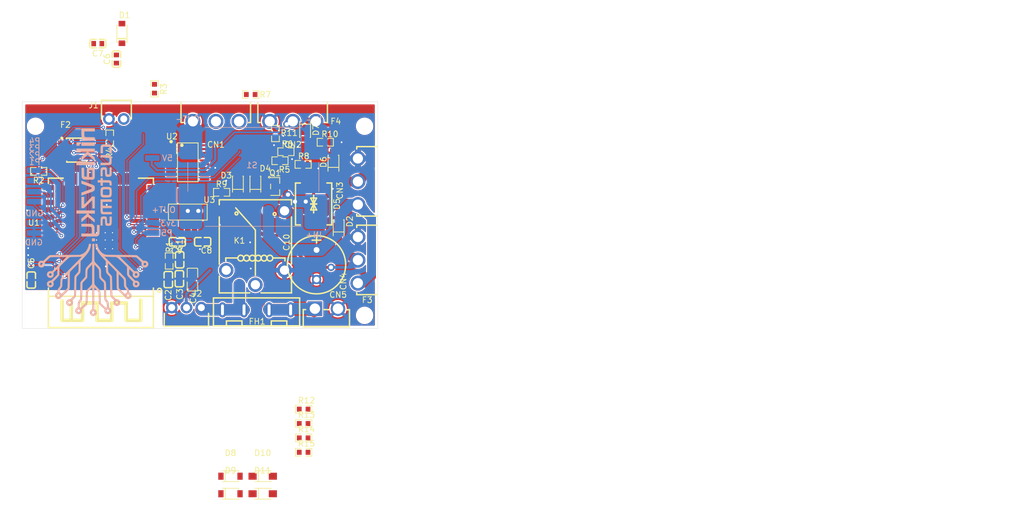
<source format=kicad_pcb>
(kicad_pcb (version 20241229) (generator "pcbnew") (generator_version "9.0")
  (layers (0 "F.Cu" signal) (2 "B.Cu" signal) (13 "F.Paste" user) (15 "B.Paste" user) (5 "F.SilkS" user "F.Silkscreen") (7 "B.SilkS" user "B.Silkscreen") (1 "F.Mask" user) (3 "B.Mask" user) (25 "Edge.Cuts" user))
  (net 0 "")
  (net 1 "GND")
  (net 2 "/ESP_RX0")
  (net 3 "+3.3V")
  (net 4 "/ESP_IO0")
  (net 5 "Net-(U1-IO19)")
  (net 6 "/ESP_TX0")
  (net 7 "/ESP_EN")
  (net 8 "Net-(U1-IO12)")
  (net 9 "Net-(U1-IO18)")
  (net 10 "Net-(U1-IO5)")
  (net 12 "Net-(U1-IO17)")
  (net 13 "/Button_pin")
  (net 14 "Net-(U1-IO34)")
  (net 19 "unconnected-(U1-IO4-Pad26)")
  (net 21 "/CH2_MCU")
  (net 26 "/CH1_MCU")
  (net 28 "Net-(U1-IO2)")
  (net 37 "VCC_IN_SWITCHED")
  (net 38 "Net-(D6-K)")
  (net 39 "Net-(D2-K)")
  (net 40 "VCC_IN")
  (net 41 "Net-(D3-A)")
  (net 42 "Net-(D4-A)")
  (net 43 "Net-(D7-A)")
  (net 44 "/VCC_IN_FUSED")
  (net 45 "Net-(J2-Pad2)")
  (net 46 "Net-(U2-~{OE})")
  (net 47 "/VCC_IN_SAFE")
  (net 48 "+5V")
  (net 49 "Net-(D11-K)")
  (net 51 "Net-(D10-K)")
  (net 53 "Net-(D8-A)")
  (net 56 "Net-(U2-DIR)")
  (net 60 "/CH2_LevelShifted")
  (net 62 "/CH1_LevelShifted")
  (net 63 "Net-(D9-A)")
  (net 65 "/CH4_LevelShifted")
  (net 66 "/CH3_LevelShifted")
  (net 67 "/CH3_MCU")
  (net 68 "/CH4_MCU")
  (footprint "nkzy_wled_lib:C0603" (layer "F.Cu") (at 27 25.2 -90)
    (property "Reference" "C1")
    (property "Value" "C_1uF_16V_0603")
  )
  (footprint "nkzy_wled_lib:R0603" (layer "F.Cu") (at 48.285 58.28)
    (property "Reference" "R15")
    (property "Value" "R_220Ω_0603")
  )
  (footprint "nkzy_wled_lib:HDR-SMD_6P-P1.27-V-M-R2-C3-LS5.3" (layer "F.Cu") (at 9.273448 6.34972 -90)
    (property "Reference" "H1" (hide yes))
    (property "Value" "PZ127-2-03-S")
  )
  (footprint "Fiducial:Fiducial_1mm_Mask2mm" (layer "F.Cu") (at 57.1 32.3)
    (property "Reference" "F3")
    (property "Value" "Fiducial_1mm_Mask2mm")
  )
  (footprint "nkzy_wled_lib:C0603" (layer "F.Cu") (at 1.525 28.675 90)
    (property "Reference" "C5")
    (property "Value" "C_100nF_50V_0603")
  )
  (footprint "nkzy_wled_lib:C0805" (layer "F.Cu") (at 29.2 28.6 90)
    (property "Reference" "C4")
    (property "Value" "C_22uF_10V_0805")
  )
  (footprint "nkzy_wled_lib:R0603" (layer "F.Cu") (at 2.8 10)
    (property "Reference" "R2")
    (property "Value" "R_10kΩ_0603")
  )
  (footprint "nkzy_wled_lib:CONN-TH_3P-P3.96_HCTL_HC-VH-3A3W" (layer "F.Cu") (at 57.6 25.25 90)
    (property "Reference" "CN4")
    (property "Value" "1x3P_3.96mm_RA_Conn")
  )
  (footprint "" (layer "F.Cu") (at 2.25 2.25)
    (property "Reference" "")
    (property "Value" "")
  )
  (footprint "nkzy_wled_lib:R0603" (layer "F.Cu") (at 48.285 50.87)
    (property "Reference" "R12")
    (property "Value" "R_51Ω_0603")
  )
  (footprint "nkzy_wled_lib:C0603" (layer "F.Cu") (at 16.1425 -9.3 90)
    (property "Reference" "C6")
    (property "Value" "C_100nF_50V_0603")
  )
  (footprint "nkzy_wled_lib:R0603" (layer "F.Cu") (at 34.2 13.6)
    (property "Reference" "R9")
    (property "Value" "R_220Ω_0603")
  )
  (footprint "nkzy_wled_lib:SOD-123FL_L2.7-W1.8-LS3.8-RD" (layer "F.Cu") (at 41.26 65.4)
    (property "Reference" "D11")
    (property "Value" "PTVS5V0S1UR")
  )
  (footprint "Fiducial:Fiducial_1mm_Mask2mm" (layer "F.Cu") (at 55.8 1.6)
    (property "Reference" "F4")
    (property "Value" "Fiducial_1mm_Mask2mm")
  )
  (footprint "nkzy_wled_lib:R0603" (layer "F.Cu") (at 48.285 55.81)
    (property "Reference" "R14")
    (property "Value" "R_220Ω_0603")
  )
  (footprint "nkzy_wled_lib:SOD-123FL_L2.7-W1.8-LS3.8-RD" (layer "F.Cu") (at 53.4 8.6 90)
    (property "Reference" "D6")
    (property "Value" "PTVS5V0S1UR")
  )
  (footprint "nkzy_wled_lib:R0603" (layer "F.Cu") (at 48.2 8.8 180)
    (property "Reference" "R8")
    (property "Value" "R_10kΩ_0603")
  )
  (footprint "" (layer "F.Cu") (at 58.75 2.25)
    (property "Reference" "")
    (property "Value" "")
  )
  (footprint "nkzy_wled_lib:CONN-TH_2P-P2.54_HCTL_HC-2510-2AW" (layer "F.Cu") (at 16.13 1 180)
    (property "Reference" "J1")
    (property "Value" "1x2P_2.54mm_RA_Conn")
  )
  (footprint "nkzy_wled_lib:SOD-123_L2.7-W1.6-LS3.7-RD" (layer "F.Cu") (at 35.725 62.39)
    (property "Reference" "D8")
    (property "Value" "MMSZ5232B_5v")
  )
  (footprint "nkzy_wled_lib:SOD-123_L2.7-W1.6-LS3.7-RD" (layer "F.Cu") (at 40 12.2 90)
    (property "Reference" "D4")
    (property "Value" "BZT52C7V5")
  )
  (footprint "nkzy_wled_lib:SOD-123FL_L2.7-W1.8-LS3.8-RD" (layer "F.Cu") (at 54.3 19.7 90)
    (property "Reference" "D2")
    (property "Value" "PTVS5V0S1UR")
  )
  (footprint "nkzy_wled_lib:SOD-123FL_L2.7-W1.8-LS3.8-RD" (layer "F.Cu") (at 41.26 62.39)
    (property "Reference" "D10")
    (property "Value" "PTVS5V0S1UR")
  )
  (footprint "nkzy_wled_lib:R0603" (layer "F.Cu") (at 43.45 3.5 90)
    (property "Reference" "R11")
    (property "Value" "R_10kΩ_0603")
  )
  (footprint "nkzy_wled_lib:C0603" (layer "F.Cu") (at 12.9425 -11.95)
    (property "Reference" "C7")
    (property "Value" "C_100nF_50V_0603")
  )
  (footprint "nkzy_wled_lib:DO-214AB_L6.9-W5.9-LS7.9-BI" (layer "F.Cu") (at 50 15.6 -90)
    (property "Reference" "D5")
    (property "Value" "SMCJ16CA")
  )
  (footprint "" (layer "F.Cu") (at 58.75 34.75)
    (property "Reference" "")
    (property "Value" "")
  )
  (footprint "nkzy_wled_lib:CONN-TH_3P-P2.54_HCTL_HC-2510-3AW" (layer "F.Cu") (at 28.18 33.4125)
    (property "Reference" "J2")
    (property "Value" "HC-2510-3AW")
  )
  (footprint "nkzy_wled_lib:WIFIM-SMD_ESP32-WROOM-32-N4" (layer "F.Cu") (at 13.475 20.3 180)
    (property "Reference" "U1")
    (property "Value" "ESP32-WROOM-32")
  )
  (footprint "nkzy_wled_lib:C0603" (layer "F.Cu") (at 26.6 22.1)
    (property "Reference" "C9")
    (property "Value" "C_10uF_16V_0603")
  )
  (footprint "nkzy_wled_lib:SOT-223-4_L6.5-W3.5-P2.30-LS7.0-BR" (layer "F.Cu") (at 28.4 17 -90)
    (property "Reference" "U3")
    (property "Value" "AMS1117-3.3")
  )
  (footprint "nkzy_wled_lib:SOD-123_L2.7-W1.6-LS3.7-RD" (layer "F.Cu") (at 37 12.2 90)
    (property "Reference" "D3")
    (property "Value" "MMSZ5232B_5v")
  )
  (footprint "nkzy_wled_lib:CONN-TH_2P-P3.96_HCTL_HC-VH-2A2W-L" (layer "F.Cu") (at 52.2 33.6)
    (property "Reference" "CN5")
    (property "Value" "1x2P_3.96mm_RA_Conn")
  )
  (footprint "nkzy_wled_lib:R0603" (layer "F.Cu") (at 25.2 25.4 -90)
    (property "Reference" "R1")
    (property "Value" "R_10kΩ_0603")
  )
  (footprint "nkzy_wled_lib:SOD-123_L2.7-W1.6-LS3.7-RD" (layer "F.Cu") (at 48.5394 2.794 -90)
    (property "Reference" "D7")
    (property "Value" "MMSZ5232B_5v")
  )
  (footprint "nkzy_wled_lib:R0603" (layer "F.Cu") (at 52 5 180)
    (property "Reference" "R10")
    (property "Value" "R_220Ω_0603")
  )
  (footprint "nkzy_wled_lib:TSSOP-20_L6.5-W4.4-P0.65-LS6.4-BL" (layer "F.Cu") (at 28.4 8.45 -90)
    (property "Reference" "U2")
    (property "Value" "74HCT245PW")
  )
  (footprint "nkzy_wled_lib:SOD-123_L2.7-W1.6-LS3.7-RD" (layer "F.Cu") (at 35.725 65.4)
    (property "Reference" "D9")
    (property "Value" "MMSZ5232B_5v")
  )
  (footprint "nkzy_wled_lib:CONN-TH_3P-P3.96_HCTL_HC-VH-3A3W" (layer "F.Cu") (at 33.23 1.4125 180)
    (property "Reference" "CN1")
    (property "Value" "1x3P_3.96mm_RA_Conn")
  )
  (footprint "nkzy_wled_lib:C0603" (layer "F.Cu") (at 26.95 28.45 90)
    (property "Reference" "C3")
    (property "Value" "C_1uF_16V_0603")
  )
  (footprint "nkzy_wled_lib:R0603" (layer "F.Cu") (at 48.285 53.34)
    (property "Reference" "R13")
    (property "Value" "R_51Ω_0603")
  )
  (footprint "nkzy_wled_lib:R0603" (layer "F.Cu") (at 14.996767 4.3 -90)
    (property "Reference" "R4")
    (property "Value" "R_10kΩ_0603")
  )
  (footprint "nkzy_wled_lib:CAP-TH_BD10.0-P5.00-D1.0-FD" (layer "F.Cu") (at 50.5 26.05 -90)
    (property "Reference" "C10")
    (property "Value" "C_1000uF_TH")
  )
  (footprint "Fiducial:Fiducial_1mm_Mask2mm" (layer "F.Cu") (at 5.45 2.9)
    (property "Reference" "F2")
    (property "Value" "Fiducial_1mm_Mask2mm")
  )
  (footprint "nkzy_wled_lib:R0603" (layer "F.Cu") (at 44.2214 8.1788 180)
    (property "Reference" "R5")
    (property "Value" "R_51Ω_0603")
  )
  (footprint "nkzy_wled_lib:CONN-TH_3P-P3.96_HCTL_HC-VH-3A3W" (layer "F.Cu") (at 46.43 1.4125 180)
    (property "Reference" "CN2")
    (property "Value" "1x3P_3.96mm_RA_Conn")
  )
  (footprint "nkzy_wled_lib:SOT-23-3_L2.9-W1.4-P1.90-LS2.6-BR" (layer "F.Cu") (at 43.4 12.6 180)
    (property "Reference" "Q1")
    (property "Value" "AO3401")
  )
  (footprint "nkzy_wled_lib:R0603" (layer "F.Cu") (at 45.2374 6.6294 180)
    (property "Reference" "R6")
    (property "Value" "R_51Ω_0603")
  )
  (footprint "nkzy_wled_lib:SOD-123_L2.8-W1.8-LS3.7-RD" (layer "F.Cu") (at 17.0925 -13.7 90)
    (property "Reference" "D1")
    (property "Value" "1N4448W-7-F")
  )
  (footprint "nkzy_wled_lib:CONN-TH_3P-P3.96_HCTL_HC-VH-3A3W" (layer "F.Cu") (at 57.6 11.75 90)
    (property "Reference" "CN3")
    (property "Value" "1x3P_3.96mm_RA_Conn")
  )
  (footprint "nkzy_wled_lib:R0603" (layer "F.Cu") (at 22.68 -4.2 90)
    (property "Reference" "R3")
    (property "Value" "R_10kΩ_0603")
  )
  (footprint "nkzy_wled_lib:C0603" (layer "F.Cu") (at 25.05 28.6 90)
    (property "Reference" "C2")
    (property "Value" "C_100nF_50V_0603")
  )
  (footprint "nkzy_wled_lib:RELAY-TH_SRA-X-CX" (layer "F.Cu") (at 40 23.1354 90)
    (property "Reference" "K1")
    (property "Value" "12VDC_SPDT")
  )
  (footprint "nkzy_wled_lib:FUSE-TH_XF-506P" (layer "F.Cu") (at 40.2 33.8)
    (property "Reference" "FH1")
    (property "Value" "XF-506P")
  )
  (footprint "nkzy_wled_lib:R0603" (layer "F.Cu") (at 39.2 -3.2)
    (property "Reference" "R7")
    (property "Value" "R_10kΩ_0603")
  )
  (footprint "nkzy_wled_lib:C0603" (layer "F.Cu") (at 30.95 22.1 180)
    (property "Reference" "C8")
    (property "Value" "C_10uF_16V_0603")
  )
  (footprint "nkzy_wled_lib:Pad_2.5x1mm" (layer "B.Cu") (at 2 13.5 180)
    (property "Reference" "P2")
    (property "Value" "~")
  )
  (footprint "LOGO" (layer "B.Cu") (at 12.12 12.3 -90)
    (property "Reference" "G***" (hide yes))
    (property "Value" "LOGO" (hide yes))
  )
  (footprint "nkzy_wled_lib:Pad_2.5x1mm" (layer "B.Cu") (at 1.983 18.833 180)
    (property "Reference" "P8" (hide yes))
    (property "Value" "~")
  )
  (footprint "nkzy_wled_lib:Pad_2.5x1mm" (layer "B.Cu") (at 2 15.2 180)
    (property "Reference" "P1")
    (property "Value" "~")
  )
  (footprint "nkzy_wled_lib:Pad_2.5x1mm" (layer "B.Cu") (at 22.3 20.6 180)
    (property "Reference" "P5")
    (property "Value" "~")
  )
  (footprint "nkzy_wled_lib:MP1584EN-Buck-Module" (layer "B.Cu") (at 39.4 9.45 180)
    (property "Reference" "S1")
    (property "Value" "MP1584EN-Buck-Module")
  )
  (footprint "nkzy_wled_lib:Pad_2.5x1mm" (layer "B.Cu") (at 2 9.8 180)
    (property "Reference" "P4")
    (property "Value" "~")
  )
  (footprint "nkzy_wled_lib:Pad_2.5x1mm" (layer "B.Cu") (at 22.3 18.8 180)
    (property "Reference" "P6" (hide yes))
    (property "Value" "~")
  )
  (footprint "nkzy_wled_lib:Pad_2.5x1mm" (layer "B.Cu") (at 2 20.6 180)
    (property "Reference" "P9" (hide yes))
    (property "Value" "~")
  )
  (footprint "LOGO" (layer "B.Cu") (at 12.1 28.6 180)
    (property "Reference" "G***" (hide yes))
    (property "Value" "LOGO" (hide yes))
  )
  (footprint "nkzy_wled_lib:Pad_2.5x1mm" (layer "B.Cu") (at 2 11.6 180)
    (property "Reference" "P3")
    (property "Value" "~")
  )
  (footprint "nkzy_wled_lib:Pad_2.5x1mm" (layer "B.Cu") (at 22.3 7.7 180)
    (property "Reference" "P7" (hide yes))
    (property "Value" "~")
  )
  (gr_line (start 61 37) (end 0 37) (stroke (width 0.05)) (layer "Edge.Cuts"))
  (gr_line (start 0 37) (end 0 -2) (stroke (width 0.05)) (layer "Edge.Cuts"))
  (gr_line (start 61 -2) (end 61 37) (stroke (width 0.05)) (layer "Edge.Cuts"))
  (gr_line (start 0 -2) (end 61 -2) (stroke (width 0.05)) (layer "Edge.Cuts"))
  (gr_text "5V" (at 25.9 8.3 0) (layer "B.SilkS") (effects (font (size 1 1)) (justify left bottom mirror)))
  (gr_text "3v3" (at 26.5 19.5 0) (layer "B.SilkS") (effects (font (size 1 1)) (justify left bottom mirror)))
  (gr_text "GND" (at 3.7 17.8 0) (layer "B.SilkS") (effects (font (size 1 1)) (justify left bottom mirror)))
  (gr_text "GND" (at 3.6 22.8 0) (layer "B.SilkS") (effects (font (size 1 1)) (justify left bottom mirror)))
  (via (at 53.3 13) (size 0.6) (drill 0.3) (layers "F.Cu" "B.Cu") (net 1))
  (via (at 43.2 5.5) (size 0.6) (drill 0.3) (layers "F.Cu" "B.Cu") (net 1))
  (via (at 14.478 15.748) (size 0.6) (drill 0.3) (layers "F.Cu" "B.Cu") (net 1))
  (via (at 15.475 20.55) (size 0.6) (drill 0.2) (layers "F.Cu" "B.Cu") (net 1))
  (via (at 14.225 21.8) (size 0.6) (drill 0.2) (layers "F.Cu" "B.Cu") (net 1))
  (via (at 14.225 20.55) (size 0.6) (drill 0.2) (layers "F.Cu" "B.Cu") (net 1))
  (via (at 33.9 19.2) (size 0.6) (drill 0.3) (layers "F.Cu" "B.Cu") (net 1))
  (via (at 47.3 5.8) (size 0.6) (drill 0.3) (layers "F.Cu" "B.Cu") (net 1))
  (via (at 0.8 16.7) (size 0.6) (drill 0.3) (layers "F.Cu" "B.Cu") (net 1))
  (via (at 39.2 26.7) (size 0.6) (drill 0.3) (layers "F.Cu" "B.Cu") (net 1))
  (via (at 39.1 22.2) (size 0.6) (drill 0.3) (layers "F.Cu" "B.Cu") (net 1))
  (via (at 33.1 9.4) (size 0.6) (drill 0.3) (layers "F.Cu" "B.Cu") (net 1))
  (via (at 12.725 20.55) (size 0.6) (drill 0.2) (layers "F.Cu" "B.Cu") (net 1))
  (via (at 30.48 23.368) (size 0.6) (drill 0.3) (layers "F.Cu" "B.Cu") (net 1))
  (via (at 15.475 21.8) (size 0.6) (drill 0.2) (layers "F.Cu" "B.Cu") (net 1))
  (via (at 1 23.2) (size 0.6) (drill 0.3) (layers "F.Cu" "B.Cu") (net 1))
  (via (at 44.8 5.1) (size 0.6) (drill 0.3) (layers "F.Cu" "B.Cu") (net 1))
  (via (at 50.8 9.5) (size 0.6) (drill 0.3) (layers "F.Cu" "B.Cu") (net 1))
  (via (at 15.475 23.3) (size 0.6) (drill 0.2) (layers "F.Cu" "B.Cu") (net 1))
  (via (at 46.3 7.9) (size 0.6) (drill 0.3) (layers "F.Cu" "B.Cu") (net 1))
  (via (at 14.225 23.3) (size 0.6) (drill 0.2) (layers "F.Cu" "B.Cu") (net 1))
  (via (at 24.3 16.7) (size 0.6) (drill 0.3) (layers "F.Cu" "B.Cu") (net 1))
  (via (at 14.32642 26.339301) (size 0.6) (drill 0.3) (layers "F.Cu" "B.Cu") (net 1))
  (via (at 1 24.4) (size 0.6) (drill 0.3) (layers "F.Cu" "B.Cu") (net 1))
  (via (at 12.725 21.8) (size 0.6) (drill 0.2) (layers "F.Cu" "B.Cu") (net 1))
  (via (at 44.8 3.9) (size 0.6) (drill 0.3) (layers "F.Cu" "B.Cu") (net 1))
  (via (at 35 11.6) (size 0.6) (drill 0.3) (layers "F.Cu" "B.Cu") (net 1))
  (via (at 54.8 5) (size 0.6) (drill 0.3) (layers "F.Cu" "B.Cu") (net 1))
  (via (at 12.725 23.3) (size 0.6) (drill 0.2) (layers "F.Cu" "B.Cu") (net 1))
  (segment (start 12.67 9.114) (end 12.67 6.8) (width 0.2) (layer "F.Cu") (net 2))
  (segment (start 12.7 9.144) (end 12.67 9.114) (width 0.2) (layer "F.Cu") (net 2))
  (segment (start 6.35 24.2) (end 6.2 24.35) (width 0.2) (layer "F.Cu") (net 2))
  (segment (start 6.2 24.35) (end 4.65 24.35) (width 0.2) (layer "F.Cu") (net 2))
  (via (at 6.35 24.2) (size 0.6) (drill 0.3) (layers "F.Cu" "B.Cu") (net 2))
  (via (at 12.7 9.144) (size 0.6) (drill 0.3) (layers "F.Cu" "B.Cu") (net 2))
  (segment (start 12.7 9.144) (end 12.7 8.636) (width 0.2) (layer "B.Cu") (net 2))
  (segment (start 9.35 8.7) (end 9.35 21.2) (width 0.2) (layer "B.Cu") (net 2))
  (segment (start 9.35 21.2) (end 6.35 24.2) (width 0.2) (layer "B.Cu") (net 2))
  (segment (start 10.15 7.9) (end 9.35 8.7) (width 0.2) (layer "B.Cu") (net 2))
  (segment (start 12.7 8.636) (end 11.964 7.9) (width 0.2) (layer "B.Cu") (net 2))
  (segment (start 11.964 7.9) (end 10.15 7.9) (width 0.2) (layer "B.Cu") (net 2))
  (segment (start 25.05 27.9) (end 22.6 27.9) (width 0.6) (layer "F.Cu") (net 3))
  (segment (start 7.29 28.04) (end 7.25 28) (width 0.3) (layer "F.Cu") (net 3))
  (segment (start 22.6 27.9) (end 22.55 27.85) (width 0.6) (layer "F.Cu") (net 3))
  (segment (start 15.1 5.5) (end 15.1 5.15) (width 0.3) (layer "F.Cu") (net 3))
  (segment (start 22.475 28.04) (end 7.29 28.04) (width 0.3) (layer "F.Cu") (net 3))
  (segment (start 1.5 27.5) (end 1.55 27.55) (width 0.2) (layer "F.Cu") (net 3))
  (segment (start 25.2 27.75) (end 25.15 27.8) (width 0.6) (layer "F.Cu") (net 3))
  (segment (start 25.2 26.15) (end 25.2 27.75) (width 0.6) (layer "F.Cu") (net 3))
  (segment (start 26.95 27.75) (end 25.2 27.75) (width 0.6) (layer "F.Cu") (net 3))
  (segment (start 25.2 27.75) (end 25.25 27.8) (width 0.3) (layer "F.Cu") (net 3))
  (segment (start 1.5 25.85) (end 1.5 27.5) (width 0.3) (layer "F.Cu") (net 3))
  (segment (start 15.975 6.375) (end 15.1 5.5) (width 0.3) (layer "F.Cu") (net 3))
  (via (at 1.5 25.85) (size 0.6) (drill 0.3) (layers "F.Cu" "B.Cu") (net 3))
  (via (at 7.25 28) (size 0.6) (drill 0.3) (layers "F.Cu" "B.Cu") (net 3))
  (segment (start 5.1 25.85) (end 1.5 25.85) (width 0.3) (layer "B.Cu") (net 3))
  (segment (start 26.397 21.825) (end 28.875 21.825) (width 0.4) (layer "B.Cu") (net 3))
  (segment (start 7.25 28) (end 5.1 25.85) (width 0.3) (layer "B.Cu") (net 3))
  (segment (start 22.283 18.833) (end 23.405 18.833) (width 0.4) (layer "B.Cu") (net 3))
  (segment (start 23.405 18.833) (end 26.397 21.825) (width 0.4) (layer "B.Cu") (net 3))
  (segment (start 12.95 3.55) (end 12.85 3.65) (width 0.2) (layer "F.Cu") (net 4))
  (segment (start 3.05 11.45) (end 3.05 12.05) (width 0.2) (layer "F.Cu") (net 4))
  (segment (start 13.9 3.55) (end 12.95 3.55) (width 0.2) (layer "F.Cu") (net 4))
  (segment (start 3.05 8.2) (end 3.05 11.45) (width 0.2) (layer "F.Cu") (net 4))
  (segment (start 14.996767 3.55) (end 13.9 3.55) (width 0.2) (layer "F.Cu") (net 4))
  (segment (start 3.05 12.05) (end 3.7 12.7) (width 0.2) (layer "F.Cu") (net 4))
  (segment (start 13.9 3.55) (end 13.9 2.45) (width 0.2) (layer "F.Cu") (net 4))
  (segment (start 12.85 3.55) (end 12.8 3.6) (width 0.2) (layer "F.Cu") (net 4))
  (segment (start 3.45 7.8) (end 3.05 8.2) (width 0.2) (layer "F.Cu") (net 4))
  (via (at 13.9 2.45) (size 0.6) (drill 0.3) (layers "F.Cu" "B.Cu") (net 4))
  (via (at 3.45 7.8) (size 0.6) (drill 0.3) (layers "F.Cu" "B.Cu") (net 4))
  (segment (start 3.45 7.8) (end 8.8 2.45) (width 0.2) (layer "B.Cu") (net 4))
  (segment (start 8.8 2.45) (end 13.9 2.45) (width 0.2) (layer "B.Cu") (net 4))
  (segment (start 6.07 20.42) (end 6.7 21.05) (width 0.2) (layer "F.Cu") (net 5))
  (segment (start 4.475 20.42) (end 6.07 20.42) (width 0.2) (layer "F.Cu") (net 5))
  (via (at 6.7 21.05) (size 0.6) (drill 0.3) (layers "F.Cu" "B.Cu") (net 5))
  (segment (start 6.7 20.95) (end 4.85 19.1) (width 0.2) (layer "B.Cu") (net 5))
  (segment (start 4.85 19.1) (end 4.85 18.55) (width 0.2) (layer "B.Cu") (net 5))
  (segment (start 6.7 21.05) (end 6.7 20.95) (width 0.2) (layer "B.Cu") (net 5))
  (segment (start 2 15.7) (end 2 15.35) (width 0.2) (layer "B.Cu") (net 5))
  (segment (start 4.85 18.55) (end 4.8 18.5) (width 0.2) (layer "B.Cu") (net 5))
  (segment (start 4.8 18.5) (end 2 15.7) (width 0.2) (layer "B.Cu") (net 5))
  (segment (start 5 25.5) (end 4.9 25.6) (width 0.2) (layer "F.Cu") (net 6))
  (segment (start 11.4 6.8) (end 11.4 9.05) (width 0.2) (layer "F.Cu") (net 6))
  (segment (start 6.3 25.5) (end 5 25.5) (width 0.2) (layer "F.Cu") (net 6))
  (via (at 11.4 9.05) (size 0.6) (drill 0.3) (layers "F.Cu" "B.Cu") (net 6))
  (via (at 6.3 25.5) (size 0.6) (drill 0.3) (layers "F.Cu" "B.Cu") (net 6))
  (segment (start 11.4 20.4) (end 6.3 25.5) (width 0.2) (layer "B.Cu") (net 6))
  (segment (start 11.4 9.05) (end 11.4 20.4) (width 0.2) (layer "B.Cu") (net 6))
  (segment (start 26.8256 24.6268) (end 25.5732 24.6268) (width 0.3) (layer "F.Cu") (net 7))
  (segment (start 8.4 4.9) (end 8.4 3.85) (width 0.3) (layer "F.Cu") (net 7))
  (segment (start 24 25.5) (end 24 26.3) (width 0.3) (layer "F.Cu") (net 7))
  (segment (start 8.9 3.35) (end 9.25 3) (width 0.3) (layer "F.Cu") (net 7))
  (segment (start 23.55 26.75) (end 23.35 26.75) (width 0.3) (layer "F.Cu") (net 7))
  (segment (start 25.5 24.7) (end 24.8 24.7) (width 0.3) (layer "F.Cu") (net 7))
  (segment (start 25.5732 24.6268) (end 25.5 24.7) (width 0.3) (layer "F.Cu") (net 7))
  (segment (start 20.25 26.8) (end 21.85 26.8) (width 0.2) (layer "F.Cu") (net 7))
  (segment (start 24.8 24.7) (end 24 25.5) (width 0.3) (layer "F.Cu") (net 7))
  (segment (start 21.85 26.8) (end 21.9 26.75) (width 0.2) (layer "F.Cu") (net 7))
  (segment (start 8.85 6.8) (end 10.13 6.8) (width 0.2) (layer "F.Cu") (net 7))
  (segment (start 9.25 3) (end 9.9 3) (width 0.3) (layer "F.Cu") (net 7))
  (segment (start 24 26.3) (end 23.55 26.75) (width 0.3) (layer "F.Cu") (net 7))
  (segment (start 8.4 3.85) (end 8.9 3.35) (width 0.3) (layer "F.Cu") (net 7))
  (via (at 8.4 4.9) (size 0.6) (drill 0.3) (layers "F.Cu" "B.Cu") (net 7))
  (via (at 8.85 6.8) (size 0.6) (drill 0.3) (layers "F.Cu" "B.Cu") (net 7))
  (via (at 20.25 26.8) (size 0.6) (drill 0.3) (layers "F.Cu" "B.Cu") (net 7))
  (segment (start 16.764 23.314) (end 20.25 26.8) (width 0.2) (layer "B.Cu") (net 7))
  (segment (start 8.908 6.858) (end 12.7 6.858) (width 0.2) (layer "B.Cu") (net 7))
  (segment (start 14.5 4.9) (end 8.4 4.9) (width 0.3) (layer "B.Cu") (net 7))
  (segment (start 15.975 6.375) (end 14.5 4.9) (width 0.3) (layer "B.Cu") (net 7))
  (segment (start 16.764 10.922) (end 16.764 23.314) (width 0.2) (layer "B.Cu") (net 7))
  (segment (start 8.85 6.8) (end 8.908 6.858) (width 0.2) (layer "B.Cu") (net 7))
  (segment (start 12.7 6.858) (end 16.764 10.922) (width 0.2) (layer "B.Cu") (net 7))
  (segment (start 23.168 12.9) (end 23.114 12.954) (width 0.2) (layer "F.Cu") (net 8))
  (segment (start 4.475 19.15) (end 6.8 19.15) (width 0.2) (layer "F.Cu") (net 9))
  (via (at 6.95 19.3) (size 0.6) (drill 0.3) (layers "F.Cu" "B.Cu") (net 9))
  (segment (start 6.95 19.3) (end 4.4 16.75) (width 0.2) (layer "B.Cu") (net 9))
  (segment (start 4.4 16.05) (end 4.4 14.1) (width 0.2) (layer "B.Cu") (net 9))
  (segment (start 4.4 16.75) (end 4.4 16.05) (width 0.2) (layer "B.Cu") (net 9))
  (segment (start 3.85 13.55) (end 2.1 13.55) (width 0.2) (layer "B.Cu") (net 9))
  (segment (start 4.4 14.1) (end 3.85 13.55) (width 0.2) (layer "B.Cu") (net 9))
  (segment (start 4.475 17.88) (end 6.67 17.88) (width 0.2) (layer "F.Cu") (net 10))
  (segment (start 6.67 17.88) (end 6.95 17.6) (width 0.2) (layer "F.Cu") (net 10))
  (via (at 6.95 17.6) (size 0.6) (drill 0.3) (layers "F.Cu" "B.Cu") (net 10))
  (segment (start 5.35 16) (end 5.35 15.7) (width 0.2) (layer "B.Cu") (net 10))
  (segment (start 6.95 17.6) (end 5.35 16) (width 0.2) (layer "B.Cu") (net 10))
  (segment (start 5.35 12.45) (end 4.5 11.6) (width 0.2) (layer "B.Cu") (net 10))
  (segment (start 4.5 11.6) (end 2.5 11.6) (width 0.2) (layer "B.Cu") (net 10))
  (segment (start 5.35 15.7) (end 5.35 12.45) (width 0.2) (layer "B.Cu") (net 10))
  (segment (start 6.14 16.61) (end 6.95 15.8) (width 0.2) (layer "F.Cu") (net 12))
  (segment (start 4.475 16.61) (end 6.14 16.61) (width 0.2) (layer "F.Cu") (net 12))
  (via (at 6.95 15.8) (size 0.6) (drill 0.3) (layers "F.Cu" "B.Cu") (net 12))
  (segment (start 4.9 9.9) (end 2.3 9.9) (width 0.2) (layer "B.Cu") (net 12))
  (segment (start 6.95 11.95) (end 4.95 9.95) (width 0.2) (layer "B.Cu") (net 12))
  (segment (start 6.95 15.8) (end 6.95 11.95) (width 0.2) (layer "B.Cu") (net 12))
  (segment (start 4.95 9.95) (end 4.9 9.9) (width 0.2) (layer "B.Cu") (net 12))
  (segment (start 17.95 17.85) (end 22.25 17.85) (width 0.2) (layer "F.Cu") (net 13))
  (segment (start 22.25 17.85) (end 22.3 17.8) (width 0.2) (layer "F.Cu") (net 13))
  (via (at 17.95 17.85) (size 0.6) (drill 0.3) (layers "F.Cu" "B.Cu") (net 13))
  (segment (start 20.775 5.325) (end 20.775 3.55) (width 0.2) (layer "B.Cu") (net 13))
  (segment (start 17.95 17.85) (end 17.95 8.15) (width 0.2) (layer "B.Cu") (net 13))
  (segment (start 17.95 8.15) (end 20.775 5.325) (width 0.2) (layer "B.Cu") (net 13))
  (segment (start 22.109006 22.95) (end 22.204503 23.045497) (width 0.2) (layer "F.Cu") (net 14))
  (segment (start 19.45 22.95) (end 22.109006 22.95) (width 0.2) (layer "F.Cu") (net 14))
  (via (at 19.45 22.95) (size 0.6) (drill 0.3) (layers "F.Cu" "B.Cu") (net 14))
  (segment (start 20.65 20.6) (end 19.45 21.8) (width 0.2) (layer "B.Cu") (net 14))
  (segment (start 22.3 20.6) (end 20.65 20.6) (width 0.2) (layer "B.Cu") (net 14))
  (segment (start 19.45 21.8) (end 19.45 22.95) (width 0.2) (layer "B.Cu") (net 14))
  (segment (start 5.25 13.85) (end 5.3 13.9) (width 0.3) (layer "F.Cu") (net 19))
  (segment (start 19.15 20.4) (end 19.17 20.42) (width 0.2) (layer "F.Cu") (net 21))
  (segment (start 22.475 20.42) (end 19.17 20.42) (width 0.2) (layer "F.Cu") (net 21))
  (via (at 19.17 20.42) (size 0.6) (drill 0.3) (layers "F.Cu" "B.Cu") (net 21))
  (segment (start 33.3248 11.684) (end 22.9 11.684) (width 0.2) (layer "B.Cu") (net 21))
  (segment (start 37.2618 7.747) (end 33.3248 11.684) (width 0.2) (layer "B.Cu") (net 21))
  (segment (start 19.17 20.42) (end 19.17 19.38) (width 0.2) (layer "B.Cu") (net 21))
  (segment (start 19.17 19.38) (end 20.35 18.2) (width 0.2) (layer "B.Cu") (net 21))
  (segment (start 20.35 18.2) (end 20.35 14.234) (width 0.2) (layer "B.Cu") (net 21))
  (segment (start 20.35 14.234) (end 22.9 11.684) (width 0.2) (layer "B.Cu") (net 21))
  (segment (start 18.3 19.15) (end 22.475 19.15) (width 0.2) (layer "F.Cu") (net 26))
  (via (at 18.3 19.15) (size 0.6) (drill 0.3) (layers "F.Cu" "B.Cu") (net 26))
  (segment (start 19.6 13.4) (end 21.9 11.1) (width 0.2) (layer "B.Cu") (net 26))
  (segment (start 32.9 11.1) (end 21.9 11.1) (width 0.2) (layer "B.Cu") (net 26))
  (segment (start 18.3 19.15) (end 19.6 17.85) (width 0.2) (layer "B.Cu") (net 26))
  (segment (start 37.3126 6.6874) (end 32.9 11.1) (width 0.2) (layer "B.Cu") (net 26))
  (segment (start 37.3126 6.477) (end 37.3126 6.6874) (width 0.2) (layer "B.Cu") (net 26))
  (segment (start 19.6 17.85) (end 19.6 13.4) (width 0.2) (layer "B.Cu") (net 26))
  (segment (start 6.75 11.3) (end 7.5 11.3) (width 0.2) (layer "F.Cu") (net 28))
  (segment (start 4.8 9.35) (end 6.75 11.3) (width 0.2) (layer "F.Cu") (net 28))
  (segment (start 42.34 16.6818) (end 42.2364 16.7854) (width 0.5) (layer "F.Cu") (net 37))
  (segment (start 57.6 15.71) (end 59.949 18.059) (width 1.5) (layer "F.Cu") (net 37))
  (segment (start 57.873 29.337) (end 58 29.21) (width 2) (layer "F.Cu") (net 37))
  (segment (start 52.99 15.71) (end 57.6 15.71) (width 2) (layer "F.Cu") (net 37))
  (segment (start 40 13.84) (end 42.06 13.84) (width 0.5) (layer "F.Cu") (net 37))
  (segment (start 59.949 28.062) (end 58.801 29.21) (width 1.5) (layer "F.Cu") (net 37))
  (segment (start 45.3854 16.7854) (end 47.7 19.1) (width 2) (layer "F.Cu") (net 37))
  (segment (start 48.8 19.03) (end 49.67 19.03) (width 2) (layer "F.Cu") (net 37))
  (segment (start 58.801 29.21) (end 57.6 29.21) (width 1.5) (layer "F.Cu") (net 37))
  (segment (start 49.67 19.03) (end 52.99 15.71) (width 2) (layer "F.Cu") (net 37))
  (segment (start 42.06 13.84) (end 42.34 13.56) (width 0.5) (layer "F.Cu") (net 37))
  (segment (start 48.73 19.1) (end 48.8 19.03) (width 2) (layer "F.Cu") (net 37))
  (segment (start 47.7 19.1) (end 48.73 19.1) (width 2) (layer "F.Cu") (net 37))
  (segment (start 42.34 14.1) (end 42.34 16.6818) (width 2) (layer "F.Cu") (net 37))
  (segment (start 42.2364 16.7854) (end 45.3854 16.7854) (width 2) (layer "F.Cu") (net 37))
  (segment (start 59.949 18.059) (end 59.949 28.062) (width 1.5) (layer "F.Cu") (net 37))
  (segment (start 59.5 28) (end 58.25 29.25) (width 1.5) (layer "B.Cu") (net 37))
  (segment (start 49.7586 23.5204) (end 51.2296 23.5204) (width 2) (layer "B.Cu") (net 37))
  (segment (start 58.25 29.25) (end 57.75 29.25) (width 1.5) (layer "B.Cu") (net 37))
  (segment (start 44.6532 23.5204) (end 42.2364 21.1036) (width 2) (layer "B.Cu") (net 37))
  (segment (start 54.5846 17.4154) (end 56.29 15.71) (width 2) (layer "B.Cu") (net 37))
  (segment (start 59.949 18.059) (end 59.949 27.551) (width 1.5) (layer "B.Cu") (net 37))
  (segment (start 42.2364 21.1036) (end 42.2364 16.7854) (width 2) (layer "B.Cu") (net 37))
  (segment (start 57.6 15.71) (end 59.949 18.059) (width 1.5) (layer "B.Cu") (net 37))
  (segment (start 49.7586 23.5204) (end 44.6532 23.5204) (width 2) (layer "B.Cu") (net 37))
  (segment (start 59.949 27.551) (end 59.5 28) (width 1.5) (layer "B.Cu") (net 37))
  (segment (start 56.29 15.71) (end 57.6 15.71) (width 2) (layer "B.Cu") (net 37))
  (segment (start 54.5846 20.1654) (end 54.5846 17.4154) (width 2) (layer "B.Cu") (net 37))
  (segment (start 51.2296 23.5204) (end 54.5846 20.1654) (width 2) (layer "B.Cu") (net 37))
  (segment (start 53.34 2.032) (end 56.308 5) (width 0.6) (layer "F.Cu") (net 38))
  (segment (start 56.308 5) (end 59 5) (width 0.6) (layer "F.Cu") (net 38))
  (segment (start 60.2 6.2) (end 60.2 9.15) (width 0.6) (layer "F.Cu") (net 38))
  (segment (start 45.9874 3.706) (end 48.5394 1.154) (width 0.4) (layer "F.Cu") (net 38))
  (segment (start 49.4174 2.032) (end 53.34 2.032) (width 0.6) (layer "F.Cu") (net 38))
  (segment (start 57.6 11.75) (end 54.81 11.75) (width 0.5) (layer "F.Cu") (net 38))
  (segment (start 54.81 11.75) (end 53.4 10.34) (width 0.5) (layer "F.Cu") (net 38))
  (segment (start 48.5394 1.154) (end 49.4174 2.032) (width 0.6) (layer "F.Cu") (net 38))
  (segment (start 45.9874 6.6294) (end 45.9874 3.706) (width 0.4) (layer "F.Cu") (net 38))
  (segment (start 60.2 9.15) (end 57.6 11.75) (width 0.6) (layer "F.Cu") (net 38))
  (segment (start 59 5) (end 60.2 6.2) (width 0.6) (layer "F.Cu") (net 38))
  (segment (start 36.8 13.4) (end 36.8 13.8) (width 0.3) (layer "F.Cu") (net 39))
  (segment (start 38.4 9.8) (end 38.4 10.4) (width 0.3) (layer "F.Cu") (net 39))
  (segment (start 38.8 9.4) (end 38.4 9.8) (width 0.3) (layer "F.Cu") (net 39))
  (segment (start 44.9714 8.1788) (end 43.7502 9.4) (width 0.3) (layer "F.Cu") (net 39))
  (segment (start 54.2 21.44) (end 54.2 22.8) (width 0.6) (layer "F.Cu") (net 39))
  (segment (start 44.16 21) (end 41.4 21) (width 0.5) (layer "F.Cu") (net 39))
  (segment (start 52.9844 26.4922) (end 52.9766 26.5) (width 0.5) (layer "F.Cu") (net 39))
  (segment (start 37 16.6) (end 37 14) (width 0.5) (layer "F.Cu") (net 39))
  (segment (start 38 12.2) (end 36.8 13.4) (width 0.3) (layer "F.Cu") (net 39))
  (segment (start 43.7502 9.4) (end 38.8 9.4) (width 0.3) (layer "F.Cu") (net 39))
  (segment (start 52.9766 26.5) (end 49.66 26.5) (width 0.5) (layer "F.Cu") (net 39))
  (segment (start 38.4 10.4) (end 38.4 11.8) (width 0.3) (layer "F.Cu") (net 39))
  (segment (start 56.65 25.25) (end 57.6 25.25) (width 0.6) (layer "F.Cu") (net 39))
  (segment (start 41.4 21) (end 37 16.6) (width 0.5) (layer "F.Cu") (net 39))
  (segment (start 49.66 26.5) (end 44.16 21) (width 0.5) (layer "F.Cu") (net 39))
  (segment (start 54.2 22.8) (end 56.65 25.25) (width 0.6) (layer "F.Cu") (net 39))
  (segment (start 38.4 11.8) (end 38 12.2) (width 0.3) (layer "F.Cu") (net 39))
  (via (at 52.9844 26.4922) (size 1.27) (drill 0.711) (layers "F.Cu" "B.Cu") (net 39))
  (segment (start 57.6 25.4) (end 56.5 26.5) (width 0.5) (layer "B.Cu") (net 39))
  (segment (start 57.6 25.25) (end 57.6 25.4) (width 0.5) (layer "B.Cu") (net 39))
  (segment (start 52.9922 26.5) (end 52.9844 26.4922) (width 0.5) (layer "B.Cu") (net 39))
  (segment (start 56.5 26.5) (end 52.9922 26.5) (width 0.5) (layer "B.Cu") (net 39))
  (segment (start 50.0888 34.0106) (end 49.8782 33.8) (width 2) (layer "F.Cu") (net 40))
  (segment (start 42.35 33.8) (end 46.05 33.8) (width 2) (layer "F.Cu") (net 40))
  (segment (start 50.22 33.8794) (end 50.0888 34.0106) (width 2) (layer "F.Cu") (net 40))
  (segment (start 49.8782 33.8) (end 46.05 33.8) (width 2) (layer "F.Cu") (net 40))
  (segment (start 50.22 33.6) (end 50.22 33.8794) (width 2) (layer "F.Cu") (net 40))
  (segment (start 50.22 33.6) (end 46 33.6) (width 2) (layer "B.Cu") (net 40))
  (segment (start 46.05 33.8) (end 42.4 33.8) (width 2) (layer "B.Cu") (net 40))
  (segment (start 42.4 33.8) (end 42.3 33.7) (width 2) (layer "B.Cu") (net 40))
  (segment (start 37 10.56) (end 37 11.55) (width 0.3) (layer "F.Cu") (net 41))
  (segment (start 37 11.55) (end 34.95 13.6) (width 0.3) (layer "F.Cu") (net 41))
  (segment (start 43.2 11.64) (end 44.11 11.64) (width 0.3) (layer "F.Cu") (net 42))
  (segment (start 42.34 11.64) (end 43.2 11.64) (width 0.3) (layer "F.Cu") (net 42))
  (segment (start 40 10.56) (end 41.04 11.6) (width 0.2) (layer "F.Cu") (net 42))
  (segment (start 46.5 9.25) (end 46.75 9) (width 0.3) (layer "F.Cu") (net 42))
  (segment (start 44.11 11.64) (end 46.5 9.25) (width 0.3) (layer "F.Cu") (net 42))
  (segment (start 46.75 9) (end 47.25 9) (width 0.3) (layer "F.Cu") (net 42))
  (segment (start 41.04 11.6) (end 42.2 11.6) (width 0.2) (layer "F.Cu") (net 42))
  (segment (start 48.5394 4.434) (end 50.684 4.434) (width 0.3) (layer "F.Cu") (net 43))
  (segment (start 50.684 4.434) (end 51.25 5) (width 0.3) (layer "F.Cu") (net 43))
  (segment (start 37.2364 33.5206) (end 36.957 33.8) (width 2) (layer "F.Cu") (net 44))
  (segment (start 38.05 33.8) (end 36.957 33.8) (width 2) (layer "F.Cu") (net 44))
  (segment (start 34.35 33.8) (end 30.765 33.8) (width 2) (layer "F.Cu") (net 44))
  (segment (start 37.2364 29.4854) (end 37.2364 33.5206) (width 2) (layer "F.Cu") (net 44))
  (segment (start 30.765 33.8) (end 30.67 33.705) (width 2) (layer "F.Cu") (net 44))
  (segment (start 36.957 33.8) (end 34.35 33.8) (width 2) (layer "F.Cu") (net 44))
  (segment (start 37.2364 33.6984) (end 37.1348 33.8) (width 2) (layer "B.Cu") (net 44))
  (segment (start 34.35 33.8) (end 30.8 33.8) (width 2) (layer "B.Cu") (net 44))
  (segment (start 37.2364 29.4854) (end 37.2364 33.6984) (width 2) (layer "B.Cu") (net 44))
  (segment (start 38.05 33.8) (end 37.1348 33.8) (width 2) (layer "B.Cu") (net 44))
  (segment (start 37.1348 33.8) (end 34.35 33.8) (width 2) (layer "B.Cu") (net 44))
  (segment (start 28.13 33.705) (end 28.13 32.07) (width 0.5) (layer "F.Cu") (net 45))
  (segment (start 28.13 31.07) (end 32.2 27) (width 0.5) (layer "B.Cu") (net 45))
  (segment (start 28.13 33.705) (end 28.13 31.07) (width 0.5) (layer "B.Cu") (net 45))
  (segment (start 43 2.75) (end 43.45 2.75) (width 0.3) (layer "F.Cu") (net 46))
  (segment (start 45.1 13) (end 45.1 14) (width 1) (layer "F.Cu") (net 47))
  (segment (start 45.6 14) (end 46.8 15.2) (width 1) (layer "F.Cu") (net 47))
  (segment (start 46.8 15.2) (end 48.65 15.2) (width 1) (layer "F.Cu") (net 47))
  (segment (start 44.7 12.6) (end 45.1 13) (width 1) (layer "F.Cu") (net 47))
  (segment (start 44.46 12.6) (end 44.7 12.6) (width 1) (layer "F.Cu") (net 47))
  (via (at 48.65 15.2) (size 1.27) (drill 0.711) (layers "F.Cu" "B.Cu") (net 47))
  (via (at 45.6 14) (size 1.27) (drill 0.711) (layers "F.Cu" "B.Cu") (net 47))
  (via (at 46.8 15.2) (size 1.27) (drill 0.711) (layers "F.Cu" "B.Cu") (net 47))
  (segment (start 48.65 15.2) (end 50.4 16.95) (width 2) (layer "B.Cu") (net 47))
  (segment (start 45.1 15.2) (end 48.65 15.2) (width 2) (layer "B.Cu") (net 47))
  (via (at 28.4 16.8) (size 1.27) (drill 0.711) (layers "F.Cu" "B.Cu") (net 48))
  (via (at 30.2 16.8) (size 1.27) (drill 0.711) (layers "F.Cu" "B.Cu") (net 48))
  (via (at 45.4 1.9) (size 1.27) (drill 0.711) (layers "F.Cu" "B.Cu") (net 48))
  (segment (start 44 3.3) (end 36.4 3.3) (width 0.3) (layer "B.Cu") (net 48))
  (segment (start 28.9 16.95) (end 28.9 15.35) (width 0.8) (layer "B.Cu") (net 48))
  (segment (start 31.3 9.8) (end 23.1 9.8) (width 0.4) (layer "B.Cu") (net 48))
  (segment (start 34 5.7) (end 33.1 5.7) (width 0.3) (layer "B.Cu") (net 48))
  (segment (start 22.2 8.9) (end 22.2 8.3) (width 0.4) (layer "B.Cu") (net 48))
  (segment (start 33.1 8) (end 31.3 9.8) (width 0.4) (layer "B.Cu") (net 48))
  (segment (start 28.9 15.35) (end 29.5 14.75) (width 0.8) (layer "B.Cu") (net 48))
  (segment (start 45.4 1.9) (end 44 3.3) (width 0.3) (layer "B.Cu") (net 48))
  (segment (start 33.1 5.7) (end 33.1 8) (width 0.4) (layer "B.Cu") (net 48))
  (segment (start 23.1 9.8) (end 22.2 8.9) (width 0.4) (layer "B.Cu") (net 48))
  (segment (start 36.4 3.3) (end 34 5.7) (width 0.3) (layer "B.Cu") (net 48))
  (segment (start 43.2702 8.38) (end 43.4714 8.1788) (width 0.2) (layer "F.Cu") (net 65))
  (segment (start 41.095 8.38) (end 43.2702 8.38) (width 0.3) (layer "F.Cu") (net 65))
  (segment (start 41.9778 7.73) (end 43.0784 6.6294) (width 0.3) (layer "F.Cu") (net 66))
  (segment (start 41.095 7.73) (end 41.9778 7.73) (width 0.3) (layer "F.Cu") (net 66))
  (segment (start 43.0784 6.6294) (end 44.4874 6.6294) (width 0.3) (layer "F.Cu") (net 66))
  (zone (net 1) (net_name "GND") (layer "F.Cu") (priority 1) (connect_pads (clearance 0.2)) (min_thickness 0.25) (fill yes (thermal_gap 0.25) (thermal_bridge_width 0.5))
    (polygon (pts (xy 0 -2) (xy 61 -2) (xy 61 37) (xy 0 37)))
  )
  (zone (net 0) (net_name "") (layers "F.Cu" "B.Cu") (name "Antenna_keepout") (connect_pads (clearance 0)) (min_thickness 0.25)
    (keepout (tracks not_allowed) (vias not_allowed) (pads not_allowed) (copperpour not_allowed) (footprints allowed))
    (fill (thermal_gap 0.5) (thermal_bridge_width 0.5))
    (polygon (pts (xy 24.12408 36.94) (xy 0 36.94) (xy 0 30.380762) (xy 24.074947 30.380762)))
  )
  (zone (net 48) (net_name "+5V") (layer "B.Cu") (priority 2) (connect_pads yes (clearance 0.3)) (min_thickness 0.25) (fill yes (thermal_gap 0.5) (thermal_bridge_width 0.5))
    (polygon (pts (xy 26.8 15.6) (xy 26.8 12) (xy 31.4 12) (xy 31.4 15.6)))
  )
  (zone (net 1) (net_name "GND") (layer "B.Cu") (connect_pads (clearance 0.2)) (min_thickness 0.2) (fill yes (thermal_gap 0.5) (thermal_bridge_width 0.5))
    (polygon (pts (xy 0 0) (xy 61 0) (xy 61 37) (xy 0 37)))
  )
)
</source>
